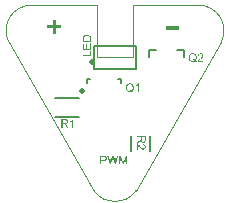
<source format=gto>
%FSLAX33Y33*%
%MOMM*%
%ADD10C,0.1*%
%ADD11C,0.15*%
%ADD12C,0.5*%
D10*
%LNpath-0*%
G01*
X-1524Y6731D02*
X-1524Y2286D01*
X1524Y2286*
X1524Y6731*
X7060Y6700*
G75*
G02*
X7060Y6700D02*
X9000Y3608I0040J-2130D01*
G01*
X9000Y3608D02*
X1768Y-9000D01*
G75*
G02*
X1768Y-9000D02*
X-1768Y-9000I-1768J1188D01*
G01*
X-1768Y-9000D02*
X-9000Y3608D01*
G75*
G02*
X-9000Y3608D02*
X-7060Y6700I1900J0962D01*
G01*
X-7060Y6700D02*
X-1524Y6731D01*
%LNtop silkscreen_traces*%
%LNtop silkscreen component af7a60d08cf0a9d3*%
D11*
X-2391Y0448D02*
X-2091Y0448D01*
X-2391Y0448D02*
X-2391Y0148D01*
X0529Y0448D02*
X0229Y0448D01*
X0529Y0448D02*
X0529Y0148D01*
D12*
X-2791Y-0587D03*
G36*
X1485Y-0552D02*
X1517Y-0574D01*
X1548Y-0592D01*
X1578Y-0607D01*
X1606Y-0619D01*
X1578Y-0685D01*
X1540Y-0669D01*
X1501Y-0649D01*
X1463Y-0625D01*
X1425Y-0597D01*
X1384Y-0616D01*
X1341Y-0630D01*
X1296Y-0638D01*
X1281Y-0639D01*
X1276Y-0559D01*
X1301Y-0555D01*
X1324Y-0549D01*
X1347Y-0541D01*
X1324Y-0528D01*
X1301Y-0516D01*
X1278Y-0507D01*
X1253Y-0500D01*
X1276Y-0431D01*
X1276Y-0431D01*
X1315Y-0444D01*
X1351Y-0460D01*
X1383Y-0478D01*
X1411Y-0500D01*
X1448Y-0457D01*
X1474Y-0404D01*
X1490Y-0342D01*
X1495Y-0271D01*
X1493Y-0229D01*
X1487Y-0189D01*
X1478Y-0153D01*
X1465Y-0119D01*
X1449Y-0088D01*
X1429Y-0061D01*
X1406Y-0038D01*
X1379Y-0018D01*
X1350Y-0002D01*
X1319Y0009D01*
X1286Y0016D01*
X1251Y0018D01*
X1201Y0013D01*
X1154Y0D01*
X1113Y-0023D01*
X1075Y-0055D01*
X1045Y-0095D01*
X1023Y-0145D01*
X1010Y-0204D01*
X1006Y-0271D01*
X1010Y-0337D01*
X1023Y-0395D01*
X1044Y-0444D01*
X1075Y-0485D01*
X1112Y-0518D01*
X1153Y-0541D01*
X1200Y-0555D01*
X1251Y-0560D01*
X1276Y-0559D01*
X1281Y-0639D01*
X1249Y-0641D01*
X1201Y-0638D01*
X1156Y-0629D01*
X1113Y-0615D01*
X1073Y-0594D01*
X1035Y-0569D01*
X1003Y-0538D01*
X0974Y-0503D01*
X0951Y-0462D01*
X0932Y-0419D01*
X0919Y-0372D01*
X0911Y-0323D01*
X0908Y-0271D01*
X0911Y-0219D01*
X0919Y-0170D01*
X0932Y-0123D01*
X0951Y-0078D01*
X0975Y-0037D01*
X1003Y-0002D01*
X1036Y0029D01*
X1073Y0054D01*
X1114Y0074D01*
X1157Y0088D01*
X1203Y0097D01*
X1251Y0100D01*
X1299Y0097D01*
X1345Y0088D01*
X1388Y0073D01*
X1429Y0052D01*
X1467Y0026D01*
X1500Y-0004D01*
X1528Y-0039D01*
X1551Y-0079D01*
X1569Y-0123D01*
X1582Y-0170D01*
X1590Y-0219D01*
X1593Y-0271D01*
X1591Y-0314D01*
X1586Y-0355D01*
X1577Y-0393D01*
X1566Y-0430D01*
X1551Y-0464D01*
X1532Y-0496D01*
X1510Y-0525D01*
X1485Y-0552D01*
X1485Y-0552D01*
X2015Y-0629D02*
X1928Y-0629D01*
X1928Y-0069D01*
X1910Y-0084D01*
X1891Y-0099D01*
X1869Y-0114D01*
X1844Y-0129D01*
X1819Y-0144D01*
X1795Y-0156D01*
X1773Y-0166D01*
X1752Y-0175D01*
X1752Y-0090D01*
X1787Y-0072D01*
X1821Y-0052D01*
X1852Y-0030D01*
X1881Y-0006D01*
X1906Y0019D01*
X1928Y0043D01*
X1945Y0066D01*
X1959Y0090D01*
X2015Y0090D01*
X2015Y-0629D01*
X2015Y-0629D01*
G37*
%LNtop silkscreen component f9ffbb3d02f459f2*%
D11*
X2987Y-5612D02*
X2987Y-4362D01*
X1387Y-5612D02*
X1387Y-4362D01*
G36*
X1869Y-4375D02*
X2585Y-4375D01*
X2585Y-4692D01*
X2584Y-4737D01*
X2580Y-4777D01*
X2574Y-4810D01*
X2566Y-4838D01*
X2554Y-4862D01*
X2539Y-4883D01*
X2520Y-4901D01*
X2497Y-4917D01*
X2472Y-4930D01*
X2446Y-4940D01*
X2418Y-4945D01*
X2390Y-4947D01*
X2353Y-4944D01*
X2319Y-4935D01*
X2289Y-4919D01*
X2261Y-4898D01*
X2237Y-4870D01*
X2218Y-4835D01*
X2204Y-4794D01*
X2199Y-4770D01*
X2276Y-4755D01*
X2282Y-4775D01*
X2290Y-4792D01*
X2300Y-4807D01*
X2312Y-4820D01*
X2325Y-4831D01*
X2340Y-4839D01*
X2356Y-4845D01*
X2372Y-4848D01*
X2390Y-4850D01*
X2414Y-4847D01*
X2436Y-4840D01*
X2456Y-4829D01*
X2473Y-4813D01*
X2487Y-4792D01*
X2498Y-4765D01*
X2504Y-4733D01*
X2506Y-4696D01*
X2506Y-4470D01*
X2269Y-4470D01*
X2269Y-4470D01*
X2269Y-4673D01*
X2270Y-4704D01*
X2272Y-4731D01*
X2276Y-4755D01*
X2199Y-4770D01*
X2195Y-4746D01*
X2186Y-4763D01*
X2177Y-4779D01*
X2168Y-4792D01*
X2159Y-4803D01*
X2139Y-4823D01*
X2116Y-4843D01*
X2091Y-4862D01*
X2064Y-4881D01*
X1869Y-5006D01*
X1869Y-4887D01*
X2018Y-4792D01*
X2048Y-4772D01*
X2075Y-4754D01*
X2098Y-4738D01*
X2117Y-4724D01*
X2132Y-4711D01*
X2146Y-4698D01*
X2156Y-4686D01*
X2164Y-4676D01*
X2171Y-4665D01*
X2176Y-4654D01*
X2180Y-4643D01*
X2183Y-4632D01*
X2185Y-4623D01*
X2186Y-4611D01*
X2187Y-4597D01*
X2187Y-4580D01*
X2187Y-4470D01*
X1869Y-4470D01*
X1869Y-4375D01*
X1869Y-4375D01*
X1953Y-5522D02*
X1869Y-5522D01*
X1869Y-5049D01*
X1885Y-5049D01*
X1900Y-5051D01*
X1915Y-5054D01*
X1930Y-5059D01*
X1954Y-5069D01*
X1978Y-5083D01*
X2002Y-5098D01*
X2025Y-5117D01*
X2050Y-5139D01*
X2076Y-5166D01*
X2104Y-5197D01*
X2134Y-5232D01*
X2179Y-5286D01*
X2219Y-5330D01*
X2255Y-5364D01*
X2285Y-5390D01*
X2313Y-5408D01*
X2340Y-5420D01*
X2366Y-5428D01*
X2391Y-5431D01*
X2416Y-5428D01*
X2439Y-5421D01*
X2460Y-5410D01*
X2479Y-5393D01*
X2495Y-5373D01*
X2506Y-5350D01*
X2513Y-5324D01*
X2515Y-5296D01*
X2513Y-5266D01*
X2505Y-5239D01*
X2494Y-5215D01*
X2477Y-5194D01*
X2456Y-5178D01*
X2431Y-5166D01*
X2403Y-5158D01*
X2371Y-5156D01*
X2381Y-5065D01*
X2428Y-5073D01*
X2470Y-5088D01*
X2505Y-5108D01*
X2535Y-5135D01*
X2558Y-5168D01*
X2575Y-5206D01*
X2584Y-5249D01*
X2588Y-5298D01*
X2584Y-5347D01*
X2573Y-5390D01*
X2556Y-5428D01*
X2531Y-5461D01*
X2500Y-5487D01*
X2467Y-5506D01*
X2430Y-5517D01*
X2389Y-5521D01*
X2368Y-5520D01*
X2346Y-5517D01*
X2325Y-5511D01*
X2305Y-5503D01*
X2284Y-5493D01*
X2262Y-5480D01*
X2240Y-5464D01*
X2217Y-5445D01*
X2192Y-5421D01*
X2163Y-5391D01*
X2129Y-5354D01*
X2091Y-5310D01*
X2061Y-5274D01*
X2035Y-5245D01*
X2016Y-5223D01*
X2001Y-5208D01*
X1989Y-5197D01*
X1977Y-5187D01*
X1965Y-5179D01*
X1953Y-5171D01*
X1953Y-5522D01*
X1953Y-5522D01*
G37*
%LNtop silkscreen component 6959a6c919ed1c6a*%
X-1750Y1286D02*
X-1750Y3286D01*
X1750Y3286*
X1750Y1286*
X-1750Y1286*
D12*
X-1975Y1886D03*
G36*
X-2025Y2373D02*
X-2741Y2373D01*
X-2741Y2468D01*
X-2109Y2468D01*
X-2109Y2821D01*
X-2025Y2821D01*
X-2025Y2373D01*
X-2025Y2373D01*
X-2025Y2935D02*
X-2741Y2935D01*
X-2741Y3453D01*
X-2656Y3453D01*
X-2656Y3030D01*
X-2437Y3030D01*
X-2437Y3426D01*
X-2353Y3426D01*
X-2353Y3030D01*
X-2109Y3030D01*
X-2109Y3469D01*
X-2025Y3469D01*
X-2025Y2935D01*
X-2025Y2935D01*
X-2025Y3600D02*
X-2741Y3600D01*
X-2741Y3845D01*
X-2656Y3845D01*
X-2656Y3695D01*
X-2109Y3695D01*
X-2109Y3695D01*
X-2109Y3848D01*
X-2110Y3881D01*
X-2113Y3911D01*
X-2117Y3937D01*
X-2123Y3959D01*
X-2130Y3978D01*
X-2139Y3995D01*
X-2148Y4010D01*
X-2160Y4023D01*
X-2178Y4039D01*
X-2199Y4053D01*
X-2223Y4065D01*
X-2250Y4076D01*
X-2280Y4084D01*
X-2313Y4090D01*
X-2349Y4093D01*
X-2388Y4094D01*
X-2441Y4092D01*
X-2488Y4085D01*
X-2527Y4074D01*
X-2561Y4058D01*
X-2589Y4038D01*
X-2611Y4017D01*
X-2629Y3993D01*
X-2642Y3968D01*
X-2648Y3946D01*
X-2653Y3918D01*
X-2655Y3885D01*
X-2656Y3845D01*
X-2741Y3845D01*
X-2741Y3847D01*
X-2740Y3886D01*
X-2738Y3921D01*
X-2735Y3950D01*
X-2731Y3974D01*
X-2722Y4004D01*
X-2711Y4031D01*
X-2696Y4056D01*
X-2679Y4079D01*
X-2654Y4106D01*
X-2625Y4129D01*
X-2593Y4148D01*
X-2557Y4164D01*
X-2518Y4176D01*
X-2477Y4185D01*
X-2433Y4190D01*
X-2387Y4192D01*
X-2347Y4191D01*
X-2310Y4187D01*
X-2275Y4181D01*
X-2242Y4173D01*
X-2212Y4163D01*
X-2185Y4151D01*
X-2160Y4138D01*
X-2138Y4124D01*
X-2119Y4109D01*
X-2101Y4093D01*
X-2086Y4076D01*
X-2073Y4059D01*
X-2062Y4040D01*
X-2052Y4020D01*
X-2044Y3998D01*
X-2037Y3974D01*
X-2032Y3948D01*
X-2028Y3920D01*
X-2026Y3890D01*
X-2025Y3859D01*
X-2025Y3600D01*
X-2025Y3600D01*
G37*
%LNtop silkscreen component 1f3facd00bbf78ff*%
D11*
X2917Y2919D02*
X3477Y2919D01*
X5262Y2919D02*
X5837Y2919D01*
X2917Y2319D02*
X2917Y2919D01*
X5837Y2319D02*
X5837Y2919D01*
G36*
X6817Y2004D02*
X6849Y1982D01*
X6880Y1964D01*
X6910Y1949D01*
X6938Y1937D01*
X6910Y1871D01*
X6872Y1887D01*
X6833Y1907D01*
X6795Y1931D01*
X6757Y1959D01*
X6716Y1940D01*
X6673Y1926D01*
X6628Y1918D01*
X6613Y1917D01*
X6608Y1997D01*
X6633Y2001D01*
X6656Y2007D01*
X6679Y2015D01*
X6656Y2028D01*
X6633Y2040D01*
X6610Y2049D01*
X6585Y2056D01*
X6608Y2125D01*
X6608Y2125D01*
X6647Y2112D01*
X6683Y2096D01*
X6715Y2078D01*
X6743Y2056D01*
X6780Y2099D01*
X6806Y2152D01*
X6822Y2214D01*
X6827Y2285D01*
X6825Y2327D01*
X6819Y2367D01*
X6810Y2403D01*
X6797Y2437D01*
X6781Y2468D01*
X6761Y2495D01*
X6738Y2518D01*
X6711Y2538D01*
X6682Y2554D01*
X6651Y2565D01*
X6618Y2572D01*
X6583Y2574D01*
X6533Y2569D01*
X6486Y2556D01*
X6445Y2533D01*
X6407Y2501D01*
X6377Y2461D01*
X6355Y2411D01*
X6342Y2352D01*
X6338Y2285D01*
X6342Y2219D01*
X6355Y2161D01*
X6376Y2112D01*
X6407Y2071D01*
X6444Y2038D01*
X6485Y2015D01*
X6532Y2001D01*
X6583Y1996D01*
X6608Y1997D01*
X6613Y1917D01*
X6581Y1915D01*
X6533Y1918D01*
X6488Y1927D01*
X6445Y1941D01*
X6405Y1962D01*
X6367Y1987D01*
X6335Y2018D01*
X6306Y2053D01*
X6283Y2094D01*
X6264Y2137D01*
X6251Y2184D01*
X6243Y2233D01*
X6240Y2285D01*
X6243Y2337D01*
X6251Y2386D01*
X6264Y2433D01*
X6283Y2478D01*
X6307Y2519D01*
X6335Y2554D01*
X6368Y2585D01*
X6405Y2610D01*
X6446Y2630D01*
X6489Y2644D01*
X6535Y2653D01*
X6583Y2656D01*
X6631Y2653D01*
X6677Y2644D01*
X6720Y2629D01*
X6761Y2608D01*
X6799Y2582D01*
X6832Y2552D01*
X6860Y2517D01*
X6883Y2477D01*
X6901Y2433D01*
X6914Y2386D01*
X6922Y2337D01*
X6925Y2285D01*
X6923Y2242D01*
X6918Y2201D01*
X6909Y2163D01*
X6898Y2126D01*
X6883Y2092D01*
X6864Y2060D01*
X6842Y2031D01*
X6817Y2004D01*
X6817Y2004D01*
X7478Y2011D02*
X7478Y1927D01*
X7005Y1927D01*
X7005Y1943D01*
X7007Y1958D01*
X7011Y1973D01*
X7015Y1988D01*
X7026Y2012D01*
X7039Y2036D01*
X7055Y2060D01*
X7073Y2083D01*
X7095Y2108D01*
X7122Y2134D01*
X7153Y2162D01*
X7188Y2192D01*
X7242Y2237D01*
X7286Y2277D01*
X7321Y2313D01*
X7346Y2343D01*
X7364Y2371D01*
X7377Y2398D01*
X7384Y2424D01*
X7387Y2449D01*
X7385Y2474D01*
X7378Y2497D01*
X7366Y2518D01*
X7350Y2537D01*
X7330Y2553D01*
X7307Y2564D01*
X7281Y2571D01*
X7252Y2573D01*
X7222Y2571D01*
X7195Y2563D01*
X7171Y2552D01*
X7151Y2535D01*
X7134Y2514D01*
X7122Y2489D01*
X7115Y2461D01*
X7112Y2429D01*
X7022Y2439D01*
X7030Y2486D01*
X7044Y2528D01*
X7064Y2563D01*
X7092Y2593D01*
X7124Y2616D01*
X7162Y2633D01*
X7206Y2642D01*
X7254Y2646D01*
X7303Y2642D01*
X7346Y2631D01*
X7385Y2614D01*
X7417Y2589D01*
X7444Y2558D01*
X7462Y2525D01*
X7474Y2488D01*
X7477Y2447D01*
X7476Y2426D01*
X7473Y2404D01*
X7467Y2383D01*
X7460Y2363D01*
X7449Y2342D01*
X7436Y2320D01*
X7420Y2298D01*
X7401Y2275D01*
X7378Y2250D01*
X7347Y2221D01*
X7310Y2187D01*
X7266Y2149D01*
X7230Y2119D01*
X7201Y2093D01*
X7179Y2074D01*
X7164Y2059D01*
X7154Y2047D01*
X7144Y2035D01*
X7135Y2023D01*
X7127Y2011D01*
X7478Y2011D01*
X7478Y2011D01*
G37*
%LNtop silkscreen component 316bbb3788b91dce*%
X-5040Y-2768D02*
X-3074Y-2768D01*
X-5040Y-1118D02*
X-3074Y-1118D01*
G36*
X-4538Y-3675D02*
X-4538Y-2959D01*
X-4221Y-2959D01*
X-4176Y-2960D01*
X-4137Y-2964D01*
X-4103Y-2970D01*
X-4076Y-2978D01*
X-4052Y-2990D01*
X-4031Y-3005D01*
X-4012Y-3024D01*
X-3996Y-3047D01*
X-3983Y-3072D01*
X-3974Y-3098D01*
X-3968Y-3126D01*
X-3966Y-3154D01*
X-3969Y-3191D01*
X-3979Y-3225D01*
X-3994Y-3255D01*
X-4016Y-3283D01*
X-4044Y-3307D01*
X-4078Y-3326D01*
X-4120Y-3340D01*
X-4144Y-3345D01*
X-4159Y-3268D01*
X-4139Y-3262D01*
X-4121Y-3254D01*
X-4106Y-3244D01*
X-4094Y-3232D01*
X-4083Y-3219D01*
X-4075Y-3204D01*
X-4069Y-3188D01*
X-4065Y-3172D01*
X-4064Y-3154D01*
X-4066Y-3130D01*
X-4073Y-3108D01*
X-4085Y-3088D01*
X-4101Y-3071D01*
X-4122Y-3057D01*
X-4148Y-3046D01*
X-4180Y-3040D01*
X-4217Y-3038D01*
X-4444Y-3038D01*
X-4444Y-3275D01*
X-4444Y-3275D01*
X-4240Y-3275D01*
X-4209Y-3274D01*
X-4182Y-3272D01*
X-4159Y-3268D01*
X-4144Y-3345D01*
X-4168Y-3349D01*
X-4150Y-3358D01*
X-4135Y-3367D01*
X-4122Y-3376D01*
X-4111Y-3385D01*
X-4090Y-3405D01*
X-4070Y-3428D01*
X-4051Y-3453D01*
X-4032Y-3480D01*
X-3908Y-3675D01*
X-4027Y-3675D01*
X-4121Y-3526D01*
X-4141Y-3496D01*
X-4159Y-3469D01*
X-4175Y-3446D01*
X-4190Y-3427D01*
X-4203Y-3412D01*
X-4215Y-3398D01*
X-4227Y-3388D01*
X-4238Y-3380D01*
X-4249Y-3373D01*
X-4259Y-3368D01*
X-4270Y-3364D01*
X-4281Y-3361D01*
X-4290Y-3359D01*
X-4302Y-3358D01*
X-4317Y-3357D01*
X-4334Y-3357D01*
X-4444Y-3357D01*
X-4444Y-3675D01*
X-4538Y-3675D01*
X-4538Y-3675D01*
X-3522Y-3675D02*
X-3610Y-3675D01*
X-3610Y-3115D01*
X-3627Y-3130D01*
X-3647Y-3145D01*
X-3669Y-3160D01*
X-3693Y-3175D01*
X-3719Y-3190D01*
X-3742Y-3202D01*
X-3765Y-3212D01*
X-3786Y-3221D01*
X-3786Y-3136D01*
X-3750Y-3118D01*
X-3717Y-3098D01*
X-3686Y-3076D01*
X-3657Y-3052D01*
X-3632Y-3027D01*
X-3610Y-3003D01*
X-3592Y-2980D01*
X-3579Y-2956D01*
X-3522Y-2956D01*
X-3522Y-3675D01*
X-3522Y-3675D01*
G37*
%LNtext*%
G36*
X-5230Y4305D02*
X-5230Y4796D01*
X-5717Y4796D01*
X-5717Y5001D01*
X-5230Y5001D01*
X-5230Y5488D01*
X-5022Y5488D01*
X-5022Y5001D01*
X-4535Y5001D01*
X-4535Y4796D01*
X-5022Y4796D01*
X-5022Y4305D01*
X-5230Y4305D01*
X-5230Y4305D01*
X4322Y4584D02*
X4322Y4938D01*
X5402Y4938D01*
X5402Y4584D01*
X4322Y4584D01*
X4322Y4584D01*
X-1248Y-6750D02*
X-1248Y-6034D01*
X-0978Y-6034D01*
X-0944Y-6035D01*
X-0915Y-6036D01*
X-0890Y-6038D01*
X-0869Y-6041D01*
X-0844Y-6046D01*
X-0820Y-6054D01*
X-0799Y-6063D01*
X-0781Y-6074D01*
X-0764Y-6088D01*
X-0748Y-6104D01*
X-0735Y-6123D01*
X-0723Y-6144D01*
X-0714Y-6166D01*
X-0707Y-6190D01*
X-0703Y-6215D01*
X-0701Y-6241D01*
X-0705Y-6285D01*
X-0716Y-6326D01*
X-0734Y-6362D01*
X-0760Y-6396D01*
X-0794Y-6423D01*
X-0841Y-6443D01*
X-0899Y-6455D01*
X-0921Y-6456D01*
X-0925Y-6372D01*
X-0890Y-6366D01*
X-0860Y-6355D01*
X-0838Y-6340D01*
X-0821Y-6322D01*
X-0809Y-6299D01*
X-0802Y-6273D01*
X-0799Y-6244D01*
X-0801Y-6222D01*
X-0805Y-6202D01*
X-0812Y-6184D01*
X-0822Y-6167D01*
X-0834Y-6153D01*
X-0848Y-6141D01*
X-0864Y-6131D01*
X-0882Y-6125D01*
X-0896Y-6122D01*
X-0916Y-6120D01*
X-0940Y-6119D01*
X-0970Y-6119D01*
X-1153Y-6119D01*
X-1153Y-6375D01*
X-1153Y-6375D01*
X-0968Y-6375D01*
X-0925Y-6372D01*
X-0921Y-6456D01*
X-0970Y-6459D01*
X-1153Y-6459D01*
X-1153Y-6750D01*
X-1248Y-6750D01*
X-1248Y-6750D01*
X-0456Y-6750D02*
X-0646Y-6034D01*
X-0549Y-6034D01*
X-0440Y-6503D01*
X-0431Y-6540D01*
X-0423Y-6577D01*
X-0416Y-6613D01*
X-0409Y-6650D01*
X-0397Y-6599D01*
X-0388Y-6559D01*
X-0381Y-6532D01*
X-0377Y-6518D01*
X-0241Y-6034D01*
X-0127Y-6034D01*
X-0024Y-6396D01*
X-0006Y-6463D01*
X0009Y-6527D01*
X0022Y-6590D01*
X0031Y-6650D01*
X0039Y-6615D01*
X0047Y-6577D01*
X0057Y-6537D01*
X0067Y-6494D01*
X0179Y-6034D01*
X0275Y-6034D01*
X0078Y-6750D01*
X-0013Y-6750D01*
X-0164Y-6205D01*
X-0172Y-6174D01*
X-0179Y-6149D01*
X-0184Y-6132D01*
X-0186Y-6121D01*
X-0192Y-6144D01*
X-0197Y-6166D01*
X-0202Y-6186D01*
X-0207Y-6205D01*
X-0359Y-6750D01*
X-0456Y-6750D01*
X-0456Y-6750D01*
X0360Y-6750D02*
X0360Y-6034D01*
X0503Y-6034D01*
X0672Y-6541D01*
X0683Y-6574D01*
X0692Y-6603D01*
X0700Y-6627D01*
X0706Y-6647D01*
X0713Y-6625D01*
X0722Y-6599D01*
X0732Y-6568D01*
X0744Y-6532D01*
X0916Y-6034D01*
X1043Y-6034D01*
X1043Y-6750D01*
X0952Y-6750D01*
X0952Y-6151D01*
X0744Y-6750D01*
X0658Y-6750D01*
X0451Y-6141D01*
X0451Y-6750D01*
X0360Y-6750D01*
X0360Y-6750D01*
G37*
M02*
</source>
